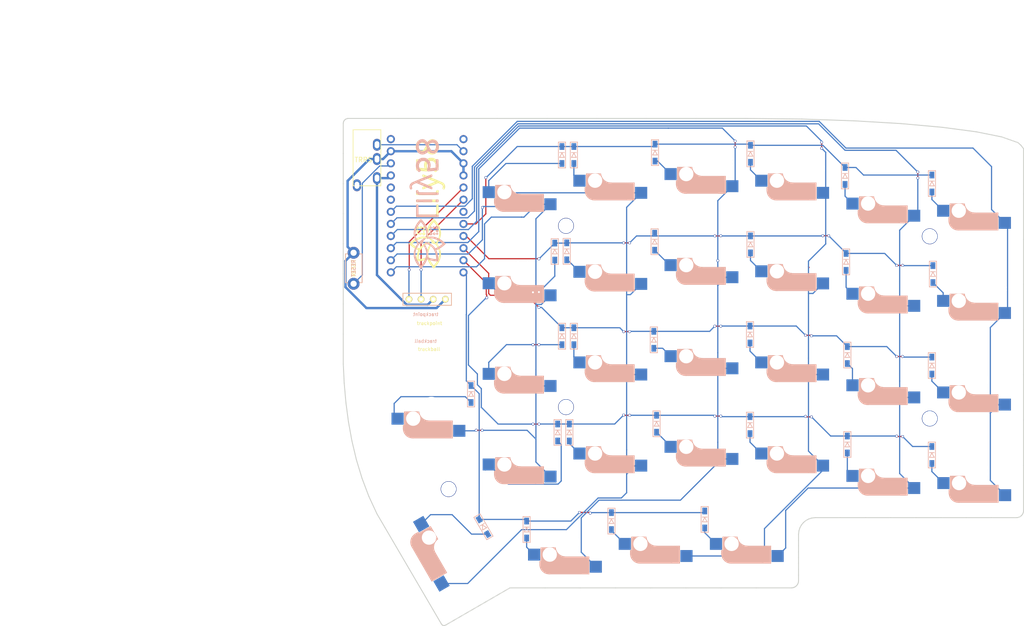
<source format=kicad_pcb>
(kicad_pcb (version 20221018) (generator pcbnew)
  (layers (0 "F.Cu" signal) (31 "B.Cu" signal) (34 "B.Paste" user) (35 "F.Paste" user) (36 "B.SilkS" user "B.Silkscreen") (37 "F.SilkS" user "F.Silkscreen") (38 "B.Mask" user) (39 "F.Mask" user) (44 "Edge.Cuts" user))
  (net 0 "")
  (net 1 "Net-(D1-A)")
  (net 2 "row4")
  (net 3 "Net-(D2-A)")
  (net 4 "Net-(D3-A)")
  (net 5 "row0")
  (net 6 "Net-(D4-A)")
  (net 7 "row1")
  (net 8 "Net-(D5-A)")
  (net 9 "row2")
  (net 10 "Net-(D6-A)")
  (net 11 "row3")
  (net 12 "Net-(D7-A)")
  (net 13 "Net-(D8-A)")
  (net 14 "Net-(D9-A)")
  (net 15 "Net-(D10-A)")
  (net 16 "Net-(D11-A)")
  (net 17 "Net-(D12-A)")
  (net 18 "Net-(D13-A)")
  (net 19 "Net-(D14-A)")
  (net 20 "Net-(D15-A)")
  (net 21 "Net-(D16-A)")
  (net 22 "Net-(D17-A)")
  (net 23 "Net-(D18-A)")
  (net 24 "Net-(D19-A)")
  (net 25 "Net-(D20-A)")
  (net 26 "Net-(D21-A)")
  (net 27 "Net-(D22-A)")
  (net 28 "Net-(D23-A)")
  (net 29 "Net-(D24-A)")
  (net 30 "Net-(D25-A)")
  (net 31 "Net-(D26-A)")
  (net 32 "Net-(D27-A)")
  (net 33 "Net-(D28-A)")
  (net 34 "VCC")
  (net 35 "GND")
  (net 36 "col0")
  (net 37 "col1")
  (net 38 "col2")
  (net 39 "col3")
  (net 40 "col4")
  (net 41 "col5")
  (net 42 "SDA")
  (net 43 "Net-(D29-A)")
  (net 44 "SCL")
  (net 45 "RESET")
  (net 47 "DATA")
  (footprint "Lily58-footprint:CherryMX_Hotswap" (layer "F.Cu") (at 179.46 68.53)
    (fp_text reference "SW1" hide)
    (fp_text value "SW_PUSH" hide)
  )
  (footprint "Lily58-footprint:CherryMX_Hotswap" (layer "F.Cu") (at 198.46 66.13)
    (fp_text reference "SW2" hide)
    (fp_text value "SW_PUSH" hide)
  )
  (footprint "Lily58-footprint:CherryMX_Hotswap" (layer "F.Cu") (at 217.56 64.74)
    (fp_text reference "SW3" hide)
    (fp_text value "SW_PUSH" hide)
  )
  (footprint "Lily58-footprint:CherryMX_Hotswap" (layer "F.Cu") (at 236.56 66.13)
    (fp_text reference "SW4" hide)
    (fp_text value "SW_PUSH" hide)
  )
  (footprint "Lily58-footprint:CherryMX_Hotswap" (layer "F.Cu") (at 255.66 70.93)
    (fp_text reference "SW5" hide)
    (fp_text value "SW_PUSH" hide)
  )
  (footprint "Lily58-footprint:CherryMX_Hotswap" (layer "F.Cu") (at 274.66 72.43)
    (fp_text reference "SW6" hide)
    (fp_text value "SW_PUSH" hide)
  )
  (footprint "Lily58-footprint:CherryMX_Hotswap" (layer "F.Cu") (at 179.46 87.63)
    (fp_text reference "SW7" hide)
    (fp_text value "SW_PUSH" hide)
  )
  (footprint "Lily58-footprint:CherryMX_Hotswap" (layer "F.Cu") (at 198.46 85.23)
    (fp_text reference "SW8" hide)
    (fp_text value "SW_PUSH" hide)
  )
  (footprint "Lily58-footprint:CherryMX_Hotswap" (layer "F.Cu") (at 217.56 83.83)
    (fp_text reference "SW9" hide)
    (fp_text value "SW_PUSH" hide)
  )
  (footprint "Lily58-footprint:CherryMX_Hotswap" (layer "F.Cu") (at 236.56 85.13)
    (fp_text reference "SW10" hide)
    (fp_text value "SW_PUSH" hide)
  )
  (footprint "Lily58-footprint:CherryMX_Hotswap" (layer "F.Cu") (at 255.66 89.83)
    (fp_text reference "SW11" hide)
    (fp_text value "SW_PUSH" hide)
  )
  (footprint "Lily58-footprint:CherryMX_Hotswap" (layer "F.Cu") (at 274.66 91.33)
    (fp_text reference "SW12" hide)
    (fp_text value "SW_PUSH" hide)
  )
  (footprint "Lily58-footprint:CherryMX_Hotswap" (layer "F.Cu") (at 179.46 106.63)
    (fp_text reference "SW13" hide)
    (fp_text value "SW_PUSH" hide)
  )
  (footprint "Lily58-footprint:CherryMX_Hotswap" (layer "F.Cu") (at 198.46 104.23)
    (fp_text reference "SW14" hide)
    (fp_text value "SW_PUSH" hide)
  )
  (footprint "Lily58-footprint:CherryMX_Hotswap" (layer "F.Cu") (at 217.56 102.93)
    (fp_text reference "SW15" hide)
    (fp_text value "SW_PUSH" hide)
  )
  (footprint "Lily58-footprint:CherryMX_Hotswap" (layer "F.Cu") (at 236.56 104.23)
    (fp_text reference "SW16" hide)
    (fp_text value "SW_PUSH" hide)
  )
  (footprint "Lily58-footprint:CherryMX_Hotswap" (layer "F.Cu") (at 255.66 109.03)
    (fp_text reference "SW17" hide)
    (fp_text value "SW_PUSH" hide)
  )
  (footprint "Lily58-footprint:CherryMX_Hotswap" (layer "F.Cu") (at 274.66 110.53)
    (fp_text reference "SW18" hide)
    (fp_text value "SW_PUSH" hide)
  )
  (footprint "Lily58-footprint:CherryMX_Hotswap" (layer "F.Cu") (at 179.46 125.63)
    (fp_text reference "SW19" hide)
    (fp_text value "SW_PUSH" hide)
  )
  (footprint "Lily58-footprint:CherryMX_Hotswap" (layer "F.Cu") (at 198.46 123.33)
    (fp_text reference "SW20" hide)
    (fp_text value "SW_PUSH" hide)
  )
  (footprint "Lily58-footprint:CherryMX_Hotswap" (layer "F.Cu") (at 217.56 121.93)
    (fp_text reference "SW21" hide)
    (fp_text value "SW_PUSH" hide)
  )
  (footprint "Lily58-footprint:CherryMX_Hotswap" (layer "F.Cu") (at 236.56 123.33)
    (fp_text reference "SW22" hide)
    (fp_text value "SW_PUSH" hide)
  )
  (footprint "Lily58-footprint:CherryMX_Hotswap" (layer "F.Cu") (at 255.66 128.03)
    (fp_text reference "SW23" hide)
    (fp_text value "SW_PUSH" hide)
  )
  (footprint "Lily58-footprint:CherryMX_Hotswap" (layer "F.Cu") (at 274.71 129.53)
    (fp_text reference "SW24" hide)
    (fp_text value "SW_PUSH" hide)
  )
  (footprint "Lily58-footprint:CherryMX_Hotswap" (layer "F.Cu") (at 160.36 116.03)
    (fp_text reference "SW25" hide)
    (fp_text value "SW_PUSH" hide)
  )
  (footprint "Lily58-footprint:CherryMX_Hotswap" (layer "F.Cu") (at 163.96 145.53 -60)
    (fp_text reference "SW26" hide)
    (fp_text value "SW_PUSH" hide)
  )
  (footprint "Lily58-footprint:CherryMX_Hotswap" (layer "F.Cu") (at 188.96 144.53)
    (fp_text reference "SW27" hide)
    (fp_text value "SW_PUSH" hide)
  )
  (footprint "Lily58-footprint:CherryMX_Hotswap" (layer "F.Cu") (at 207.96 142.28)
    (fp_text reference "SW28" hide)
    (fp_text value "SW_PUSH" hide)
  )
  (footprint "Lily58-footprint:CherryMX_Hotswap" (layer "F.Cu") (at 227.06 142.28)
    (fp_text reference "SW29" hide)
    (fp_text value "SW_PUSH" hide)
  )
  (footprint "kbd:MJ-4PP-9_1side" (layer "F.Cu") (at 146.86 57.83)
    (fp_text reference "J2")
    (fp_text value "4PIN" hide)
  )
  (footprint "Lily58-footprint:M2_HOLE_PCB" (layer "F.Cu") (at 154.9 103.795)
    (fp_text reference "TH1" hide)
    (fp_text value "HOLE")
  )
  (footprint "Lily58-footprint:M2_HOLE_PCB" (layer "F.Cu") (at 165.8 103.845)
    (fp_text reference "TH2" hide)
    (fp_text value "HOLE")
  )
  (footprint "holykeebs:M2_SPACER" (layer "F.Cu") (at 188.56 78.13)
    (fp_text reference "TH3" hide)
    (fp_text value "HOLE" hide)
  )
  (footprint "holykeebs:M2_SPACER" (layer "F.Cu") (at 264.76 80.33)
    (fp_text reference "TH4" hide)
    (fp_text value "HOLE" hide)
  )
  (footprint "holykeebs:M2_SPACER" (layer "F.Cu") (at 188.56 116.13)
    (fp_text reference "TH5" hide)
    (fp_text value "HOLE" hide)
  )
  (footprint "holykeebs:M2_SPACER" (layer "F.Cu") (at 264.76 118.53)
    (fp_text reference "TH6" hide)
    (fp_text value "HOLE" hide)
  )
  (footprint "holykeebs:M2_SPACER" (layer "F.Cu") (at 163.96 133.33 90)
    (fp_text reference "TH7" hide)
    (fp_text value "HOLE" hide)
  )
  (footprint "Lily58-footprint:TACT_SWITCH_TVBP06" (layer "F.Cu") (at 144.06 87.03 -90)
    (fp_text reference "RSW1" hide)
    (fp_text value "SW_RST" hide)
  )
  (footprint "holykeebs:ProMicro_1mm_holes" (layer "F.Cu") (at 159.47 74.43)
    (fp_text reference "U1" hide)
    (fp_text value "ProMicro" hide)
  )
  (footprint "Lily58-footprint:MY_SIL-4" (layer "F.Cu") (at 155.66 93.53)
    (fp_text reference "P4" hide)
    (fp_text value "OLED" hide)
  )
  (footprint "Lily58-footprint:lily58_logo_3" (layer "F.Cu") (at 159.46 73.53 90)
    (fp_text reference "G***" hide)
    (fp_text value "LOGO" hide)
  )
  (footprint "Lily58-footprint:M2_HOLE_PCB" (layer "F.Cu") (at 153.6 102.595)
    (fp_text reference "TH1" hide)
    (fp_text value "HOLE")
  )
  (footprint "holykeebs:M2_HOLE_NPH" (layer "F.Cu") (at 164.79326 98.213613)
    (fp_text reference "REF**" hide)
    (fp_text value "M2_HOLE_NPH" hide)
  )
  (footprint "Lily58-footprint:M2_HOLE_PCB" (layer "F.Cu") (at 164.5 102.645)
    (fp_text reference "TH1" hide)
    (fp_text value "HOLE")
  )
  (footprint "holykeebs:M2_HOLE_NPH" (layer "F.Cu") (at 154.024445 97.037868)
    (fp_text reference "REF**" hide)
    (fp_text value "M2_HOLE_NPH" hide)
  )
  (footprint "holykeebs:M2_HOLE_NPH" (layer "F.Cu") (at 155.29326 98.213613)
    (fp_text reference "REF**" hide)
    (fp_text value "M2_HOLE_NPH" hide)
  )
  (footprint "holykeebs:M2_HOLE_NPH" (layer "F.Cu") (at 163.524445 97.037868)
    (fp_text reference "REF**" hide)
    (fp_text value "M2_HOLE_NPH" hide)
  )
  (footprint "kbd:D3_SMD_v2" (layer "B.Cu") (at 187.71 63.28 -90)
    (fp_text reference "D1" hide)
    (fp_text value "D" hide)
  )
  (footprint "kbd:D3_SMD_v2" (layer "B.Cu") (at 190.21 63.28 -90)
    (fp_text reference "D2" hide)
    (fp_text value "D" hide)
  )
  (footprint "kbd:D3_SMD_v2" (layer "B.Cu") (at 207.21 62.78 -90)
    (fp_text reference "D3" hide)
    (fp_text value "D" hide)
  )
  (footprint "kbd:D3_SMD_v2" (layer "B.Cu") (at 227.21 63.03 -90)
    (fp_text reference "D4" hide)
    (fp_text value "D" hide)
  )
  (footprint "kbd:D3_SMD_v2" (layer "B.Cu") (at 247.02 67.67 -90)
    (fp_text reference "D5" hide)
    (fp_text value "D" hide)
  )
  (footprint "kbd:D3_SMD_v2" (layer "B.Cu") (at 265.22 69.26 -90)
    (fp_text reference "D6" hide)
    (fp_text value "D" hide)
  )
  (footprint "kbd:D3_SMD_v2" (layer "B.Cu") (at 186.21 83.53 -90)
    (fp_text reference "D7" hide)
    (fp_text value "D" hide)
  )
  (footprint "kbd:D3_SMD_v2" (layer "B.Cu") (at 188.71254 83.48254 -90)
    (fp_text reference "D8" hide)
    (fp_text value "D" hide)
  )
  (footprint "kbd:D3_SMD_v2" (layer "B.Cu") (at 207.13 81.46 -90)
    (fp_text reference "D9" hide)
    (fp_text value "D" hide)
  )
  (footprint "kbd:D3_SMD_v2" (layer "B.Cu") (at 227.21 82.03 -90)
    (fp_text reference "D10" hide)
    (fp_text value "D" hide)
  )
  (footprint "kbd:D3_SMD_v2" (layer "B.Cu") (at 247.24 85.69 -90)
    (fp_text reference "D11" hide)
    (fp_text value "D" hide)
  )
  (footprint "kbd:D3_SMD_v2" (layer "B.Cu") (at 265.43 88.25 -90)
    (fp_text reference "D12" hide)
    (fp_text value "D" hide)
  )
  (footprint "kbd:D3_SMD_v2" (layer "B.Cu") (at 187.71 101.28 -90)
    (fp_text reference "D13" hide)
    (fp_text value "D" hide)
  )
  (footprint "kbd:D3_SMD_v2" (layer "B.Cu") (at 190.21 101.28 -90)
    (fp_text reference "D14" hide)
    (fp_text value "D" hide)
  )
  (footprint "kbd:D3_SMD_v2" (layer "B.Cu") (at 206.96 102.03 -90)
    (fp_text reference "D15" hide)
    (fp_text value "D" hide)
  )
  (footprint "kbd:D3_SMD_v2" (layer "B.Cu") (at 227.11 100.92 -90)
    (fp_text reference "D16" hide)
    (fp_text value "D" hide)
  )
  (footprint "kbd:D3_SMD_v2" (layer "B.Cu") (at 247.5 105.23 -90)
    (fp_text reference "D17" hide)
    (fp_text value "D" hide)
  )
  (footprint "kbd:D3_SMD_v2" (layer "B.Cu") (at 265.21 107.43 -90)
    (fp_text reference "D18" hide)
    (fp_text value "D" hide)
  )
  (footprint "kbd:D3_SMD_v2" (layer "B.Cu") (at 186.81 121.46 -90)
    (fp_text reference "D19" hide)
    (fp_text value "D" hide)
  )
  (footprint "kbd:D3_SMD_v2" (layer "B.Cu") (at 189.26 121.46 -90)
    (fp_text reference "D20" hide)
    (fp_text value "D" hide)
  )
  (footprint "kbd:D3_SMD_v2" (layer "B.Cu") (at 207.53 119.63 -90)
    (fp_text reference "D21" hide)
    (fp_text value "D" hide)
  )
  (footprint "kbd:D3_SMD_v2" (layer "B.Cu") (at 227.11 119.92 -90)
    (fp_text reference "D22" hide)
    (fp_text value "D" hide)
  )
  (footprint "kbd:D3_SMD_v2" (layer "B.Cu") (at 247.5 123.98 -90)
    (fp_text reference "D23" hide)
    (fp_text value "D" hide)
  )
  (footprint "kbd:D3_SMD_v2" (layer "B.Cu") (at 265.21 126.18 -90)
    (fp_text reference "D24" hide)
    (fp_text value "D" hide)
  )
  (footprint "kbd:D3_SMD_v2" (layer "B.Cu") (at 168.67 113.4 -90)
    (fp_text reference "D25" hide)
    (fp_text value "D" hide)
  )
  (footprint "kbd:D3_SMD_v2" (layer "B.Cu") (at 171.26 141.23 -60)
    (fp_text reference "D26" hide)
    (fp_text value "D" hide)
  )
  (footprint "kbd:D3_SMD_v2" (layer "B.Cu") (at 180.31 141.81 -90)
    (fp_text reference "D27" hide)
    (fp_text value "D" hide)
  )
  (footprint "kbd:D3_SMD_v2" (layer "B.Cu") (at 198.08 140.04 -90)
    (fp_text reference "D28" hide)
    (fp_text value "D" hide)
  )
  (footprint "kbd:D3_SMD_v2" (layer "B.Cu") (at 217.62 139.7 -90)
    (fp_text reference "D29" hide)
    (fp_text value "D" hide)
  )
  (footprint "Lily58-footprint:lily58_logo_3" (layer "B.Cu") (at 159.56 73.53 90)
    (fp_text reference "G***" hide)
    (fp_text value "LOGO" hide)
  )
  (gr_line (start 163.767833 55.616762) (end 153.36 55.616762) (stroke (width 0.2)) (layer "Edge.Cuts"))
  (gr_line (start 141.897528 100.815296) (end 141.897528 94.508362) (stroke (width 0.2)) (layer "Edge.Cuts"))
  (gr_line (start 141.897528 94.508362) (end 141.897528 88.201429) (stroke (width 0.2)) (layer "Edge.Cuts"))
  (gr_line (start 141.897528 107.122229) (end 141.897528 100.815296) (stroke (width 0.2)) (layer "Edge.Cuts"))
  (gr_line (start 284.389552 138.122231) (end 284.302217 138.403887) (stroke (width 0.2)) (layer "Edge.Cuts"))
  (gr_line (start 162.80247 161.916445) (end 162.941252 161.943974) (stroke (width 0.2)) (layer "Edge.Cuts"))
  (gr_line (start 236.081844 154.011211) (end 235.779348 154.041658) (stroke (width 0.2)) (layer "Edge.Cuts"))
  (gr_line (start 160.68273 158.582659) (end 162.358425 161.448979) (stroke (width 0.2)) (layer "Edge.Cuts"))
  (gr_line (start 284.42 90.411623) (end 284.42 99.893245) (stroke (width 0.2)) (layer "Edge.Cuts"))
  (gr_line (start 237.279348 147.691894) (end 237.279348 148.909933) (stroke (width 0.2)) (layer "Edge.Cuts"))
  (gr_line (start 283.238471 60.68619) (end 279.849319 59.493847) (stroke (width 0.2)) (layer "Edge.Cuts"))
  (gr_line (start 237.279348 146.473854) (end 237.279348 147.691894) (stroke (width 0.2)) (layer "Edge.Cuts"))
  (gr_line (start 142.736462 55.638075) (end 142.94821 55.616762) (stroke (width 0.2)) (layer "Edge.Cuts"))
  (gr_line (start 237.554174 141.456713) (end 237.876678 140.86216) (stroke (width 0.2)) (layer "Edge.Cuts"))
  (gr_line (start 237.279348 152.541658) (end 237.248901 152.844154) (stroke (width 0.2)) (layer "Edge.Cuts"))
  (gr_line (start 237.279348 151.346013) (end 237.279348 152.541658) (stroke (width 0.2)) (layer "Edge.Cuts"))
  (gr_line (start 236.3635 153.923876) (end 236.081844 154.011211) (stroke (width 0.2)) (layer "Edge.Cuts"))
  (gr_line (start 170.119536 157.921201) (end 171.79523 156.951062) (stroke (width 0.2)) (layer "Edge.Cuts"))
  (gr_line (start 142.539303 55.69921) (end 142.736462 55.638075) (stroke (width 0.2)) (layer "Edge.Cuts"))
  (gr_line (start 142.450297 115.187663) (end 142.980972 119.220825) (stroke (width 0.2)) (layer "Edge.Cuts"))
  (gr_line (start 267.117255 139.319735) (end 272.384836 139.319735) (stroke (width 0.2)) (layer "Edge.Cuts"))
  (gr_line (start 284.419999 137.819735) (end 284.389552 138.122231) (stroke (width 0.2)) (layer "Edge.Cuts"))
  (gr_line (start 184.579545 55.616762) (end 174.171711 55.616762) (stroke (width 0.2)) (layer "Edge.Cuts"))
  (gr_line (start 237.279348 142.819735) (end 237.350391 142.113911) (stroke (width 0.2)) (layer "Edge.Cuts"))
  (gr_line (start 141.897528 81.894495) (end 141.897528 75.587562) (stroke (width 0.2)) (layer "Edge.Cuts"))
  (gr_line (start 283.86 61.23) (end 284.42 61.966755) (stroke (width 0.2)) (layer "Edge.Cuts"))
  (gr_line (start 261.849673 139.319735) (end 267.117255 139.319735) (stroke (width 0.2)) (layer "Edge.Cuts"))
  (gr_line (start 284.42 71.448378) (end 284.42 80.93) (stroke (width 0.2)) (layer "Edge.Cuts"))
  (gr_line (start 237.279348 145.255814) (end 237.279348 146.473854) (stroke (width 0.2)) (layer "Edge.Cuts"))
  (gr_line (start 198.931738 154.041658) (end 206.30126 154.041658) (stroke (width 0.2)) (layer "Edge.Cuts"))
  (gr_line (start 237.350391 142.113911) (end 237.554174 141.456713) (stroke (width 0.2)) (layer "Edge.Cuts"))
  (gr_line (start 221.040304 154.041658) (end 228.409826 154.041658) (stroke (width 0.2)) (layer "Edge.Cuts"))
  (gr_line (start 159.007036 155.71634) (end 160.68273 158.582659) (stroke (width 0.2)) (layer "Edge.Cuts"))
  (gr_line (start 162.358425 161.448979) (end 162.451837 161.61815) (stroke (width 0.2)) (layer "Edge.Cuts"))
  (gr_line (start 163.416758 161.801756) (end 165.092452 160.831617) (stroke (width 0.2)) (layer "Edge.Cuts"))
  (gr_line (start 141.897528 88.201429) (end 141.897528 81.894495) (stroke (width 0.2)) (layer "Edge.Cuts"))
  (gr_line (start 153.356044 55.616762) (end 142.94821 55.616762) (stroke (width 0.2)) (layer "Edge.Cuts"))
  (gr_line (start 284.164001 138.658696) (end 283.980912 138.880648) (stroke (width 0.2)) (layer "Edge.Cuts"))
  (gr_line (start 142.980972 119.220825) (end 143.707083 123.225246) (stroke (width 0.2)) (layer "Edge.Cuts"))
  (gr_line (start 283.504152 139.201952) (end 283.222495 139.289288) (stroke (width 0.2)) (layer "Edge.Cuts"))
  (gr_line (start 171.79523 156.951062) (end 173.470925 155.980923) (stroke (width 0.2)) (layer "Edge.Cuts"))
  (gr_line (start 194.987379 55.616762) (end 184.579545 55.616762) (stroke (width 0.2)) (layer "Edge.Cuts"))
  (gr_line (start 155.655647 149.983701) (end 157.331341 152.85002) (stroke (width 0.2)) (layer "Edge.Cuts"))
  (gr_line (start 162.557295 161.752884) (end 162.674328 161.852532) (stroke (width 0.2)) (layer "Edge.Cuts"))
  (gr_line (start 141.89821 56.666762) (end 141.919523 56.455015) (stroke (width 0.2)) (layer "Edge.Cuts"))
  (gr_line (start 142.360937 55.795961) (end 142.539303 55.69921) (stroke (width 0.2)) (layer "Edge.Cuts"))
  (gr_line (start 277.652418 139.319735) (end 282.919999 139.319735) (stroke (width 0.2)) (layer "Edge.Cuts"))
  (gr_line (start 284.42 61.966755) (end 284.42 71.448378) (stroke (width 0.2)) (layer "Edge.Cuts"))
  (gr_line (start 152.304258 144.251062) (end 153.979952 147.117381) (stroke (width 0.2)) (layer "Edge.Cuts"))
  (gr_line (start 237.023349 153.380619) (end 236.840261 153.602571) (stroke (width 0.2)) (layer "Edge.Cuts"))
  (gr_line (start 142.20557 55.924123) (end 142.360937 55.795961) (stroke (width 0.2)) (layer "Edge.Cuts"))
  (gr_line (start 141.980657 56.257855) (end 142.077409 56.079489) (stroke (width 0.2)) (layer "Edge.Cuts"))
  (gr_line (start 162.941252 161.943974) (end 163.090206 161.934468) (stroke (width 0.2)) (layer "Edge.Cuts"))
  (gr_line (start 284.42 118.85649) (end 284.42 128.338112) (stroke (width 0.2)) (layer "Edge.Cuts"))
  (gr_line (start 239.416326 139.594561) (end 240.073524 139.390778) (stroke (width 0.2)) (layer "Edge.Cuts"))
  (gr_line (start 283.222495 139.289288) (end 282.919999 139.319735) (stroke (width 0.2)) (layer "Edge.Cuts"))
  (gr_line (start 246.046929 139.319735) (end 251.314511 139.319735) (stroke (width 0.2)) (layer "Edge.Cuts"))
  (gr_line (start 213.670782 154.041658) (end 221.040304 154.041658) (stroke (width 0.2)) (layer "Edge.Cuts"))
  (gr_line (start 166.768147 159.861479) (end 168.443841 158.89134) (stroke (width 0.2)) (layer "Edge.Cuts"))
  (gr_line (start 237.279348 150.127973) (end 237.279348 151.346013) (stroke (width 0.2)) (layer "Edge.Cuts"))
  (gr_line (start 238.303884 140.344271) (end 238.821773 139.917065) (stroke (width 0.2)) (layer "Edge.Cuts"))
  (gr_line (start 141.919523 56.455015) (end 141.980657 56.257855) (stroke (width 0.2)) (layer "Edge.Cuts"))
  (gr_line (start 236.618308 153.78566) (end 236.3635 153.923876) (stroke (width 0.2)) (layer "Edge.Cuts"))
  (gr_line (start 284.302217 138.403887) (end 284.164001 138.658696) (stroke (width 0.2)) (layer "Edge.Cuts"))
  (gr_line (start 279.849319 59.493847) (end 274.485697 58.415159) (stroke (width 0.2)) (layer "Edge.Cuts"))
  (gr_line (start 173.470925 155.980923) (end 175.146619 155.010784) (stroke (width 0.2)) (layer "Edge.Cuts"))
  (gr_line (start 168.443841 158.89134) (end 170.119536 157.921201) (stroke (width 0.2)) (layer "Edge.Cuts"))
  (gr_line (start 150.628563 141.384742) (end 152.304258 144.251062) (stroke (width 0.2)) (layer "Edge.Cuts"))
  (gr_line (start 284.42 99.893245) (end 284.42 109.374867) (stroke (width 0.2)) (layer "Edge.Cuts"))
  (gr_line (start 237.161565 153.12581) (end 237.023349 153.380619) (stroke (width 0.2)) (layer "Edge.Cuts"))
  (gr_line (start 145.823105 131.06067) (end 147.251758 134.848073) (stroke (width 0.2)) (layer "Edge.Cuts"))
  (gr_line (start 284.42 128.338112) (end 284.42 137.819735) (stroke (width 0.2)) (layer "Edge.Cuts"))
  (gr_line (start 251.314511 139.319735) (end 256.582092 139.319735) (stroke (width 0.2)) (layer "Edge.Cuts"))
  (gr_line (start 283.980912 138.880648) (end 283.75896 139.063736) (stroke (width 0.2)) (layer "Edge.Cuts"))
  (gr_line (start 142.09569 111.147561) (end 142.450297 115.187663) (stroke (width 0.2)) (layer "Edge.Cuts"))
  (gr_line (start 228.409826 154.041658) (end 235.779348 154.041658) (stroke (width 0.2)) (layer "Edge.Cuts"))
  (gr_line (start 258.767654 56.700488) (end 248.879538 56.115374) (stroke (width 0.2)) (layer "Edge.Cuts"))
  (gr_line (start 184.192695 154.041658) (end 191.562217 154.041658) (stroke (width 0.2)) (layer "Edge.Cuts"))
  (gr_line (start 153.979952 147.117381) (end 155.655647 149.983701) (stroke (width 0.2)) (layer "Edge.Cuts"))
  (gr_line (start 205.395213 55.616762) (end 194.987379 55.616762) (stroke (width 0.2)) (layer "Edge.Cuts"))
  (gr_line (start 240.073524 139.390778) (end 240.779348 139.319735) (stroke (width 0.2)) (layer "Edge.Cuts"))
  (gr_line (start 157.331341 152.85002) (end 159.007036 155.71634) (stroke (width 0.2)) (layer "Edge.Cuts"))
  (gr_line (start 174.171711 55.616762) (end 163.763877 55.616762) (stroke (width 0.2)) (layer "Edge.Cuts"))
  (gr_line (start 141.897528 62.973695) (end 141.897528 56.666762) (stroke (width 0.2)) (layer "Edge.Cuts"))
  (gr_line (start 141.897528 75.587562) (end 141.897528 69.280629) (stroke (width 0.2)) (layer "Edge.Cuts"))
  (gr_line (start 238.821773 139.917065) (end 239.416326 139.594561) (stroke (width 0.2)) (layer "Edge.Cuts"))
  (gr_line (start 274.485697 58.415159) (end 267.380758 57.475561) (stroke (width 0.2)) (layer "Edge.Cuts"))
  (gr_line (start 163.090206 161.934468) (end 163.248864 161.887278) (stroke (width 0.2)) (layer "Edge.Cuts"))
  (gr_line (start 267.380758 57.475561) (end 258.767654 56.700488) (stroke (width 0.2)) (layer "Edge.Cuts"))
  (gr_line (start 284.42 80.93) (end 284.42 90.411623) (stroke (width 0.2)) (layer "Edge.Cuts"))
  (gr_line (start 143.707083 123.225246) (end 144.648004 127.179127) (stroke (width 0.2)) (layer "Edge.Cuts"))
  (gr_line (start 283.75896 139.063736) (end 283.504152 139.201952) (stroke (width 0.2)) (layer "Edge.Cuts"))
  (gr_line (start 206.30126 154.041658) (end 213.670782 154.041658) (stroke (width 0.2)) (layer "Edge.Cuts"))
  (gr_line (start 147.251758 134.848073) (end 148.953333 138.51954) (stroke (width 0.2)) (layer "Edge.Cuts"))
  (gr_line (start 148.952869 138.518423) (end 150.628563 141.384742) (stroke (width 0.2)) (layer "Edge.Cuts"))
  (gr_line (start 141.897777 107.122317) (end 142.09569 111.147561) (stroke (width 0.2)) (layer "Edge.Cuts"))
  (gr_line (start 237.949563 55.745654) (end 226.210881 55.616762) (stroke (width 0.2)) (layer "Edge.Cuts"))
  (gr_line (start 236.840261 153.602571) (end 236.618308 153.78566) (stroke (width 0.2)) (layer "Edge.Cuts"))
  (gr_line (start 237.248901 152.844154) (end 237.161565 153.12581) (stroke (width 0.2)) (layer "Edge.Cuts"))
  (gr_line (start 163.248864 161.887278) (end 163.416758 161.801756) (stroke (width 0.2)) (layer "Edge.Cuts"))
  (gr_line (start 237.279348 144.037775) (end 237.279348 145.255814) (stroke (width 0.2)) (layer "Edge.Cuts"))
  (gr_line (start 142.077409 56.079489) (end 142.20557 55.924123) (stroke (width 0.2)) (layer "Edge.Cuts"))
  (gr_line (start 283.86 61.23) (end 283.238471 60.68619) (stroke (width 0.2)) (layer "Edge.Cuts"))
  (gr_line (start 144.648004 127.179127) (end 145.823105 131.06067) (stroke (width 0.2)) (layer "Edge.Cuts"))
  (gr_line (start 165.092452 160.831617) (end 166.768147 159.861479) (stroke (width 0.2)) (layer "Edge.Cuts"))
  (gr_line (start 175.146619 155.010784) (end 176.822313 154.040645) (stroke (width 0.2)) (layer "Edge.Cuts"))
  (gr_line (start 215.803047 55.616762) (end 205.395213 55.616762) (stroke (width 0.2)) (layer "Edge.Cuts"))
  (gr_line (start 237.279348 148.909933) (end 237.279348 150.127973) (stroke (width 0.2)) (layer "Edge.Cuts"))
  (gr_line (start 141.897528 69.280629) (end 141.897528 62.973695) (stroke (width 0.2)) (layer "Edge.Cuts"))
  (gr_line (start 162.451837 161.61815) (end 162.557295 161.752884) (stroke (width 0.2)) (layer "Edge.Cuts"))
  (gr_line (start 226.210881 55.616762) (end 215.803047 55.616762) (stroke (width 0.2)) (layer "Edge.Cuts"))
  (gr_line (start 191.562217 154.041658) (end 198.931738 154.041658) (stroke (width 0.2)) (layer "Edge.Cuts"))
  (gr_line (start 256.582092 139.319735) (end 261.849673 139.319735) (stroke (width 0.2)) (layer "Edge.Cuts"))
  (gr_line (start 240.779348 139.319735) (end 246.046929 139.319735) (stroke (width 0.2)) (layer "Edge.Cuts"))
  (gr_line (start 176.823173 154.041658) (end 184.192695 154.041658) (stroke (width 0.2)) (layer "Edge.Cuts"))
  (gr_line (start 272.384836 139.319735) (end 277.652418 139.319735) (stroke (width 0.2)) (layer "Edge.Cuts"))
  (gr_line (start 248.879538 56.115374) (end 237.949563 55.745654) (stroke (width 0.2)) (layer "Edge.Cuts"))
  (gr_line (start 237.279348 142.819735) (end 237.279348 144.037775) (stroke (width 0.2)) (layer "Edge.Cuts"))
  (gr_line (start 284.42 109.374867) (end 284.42 118.85649) (stroke (width 0.2)) (layer "Edge.Cuts"))
  (gr_line (start 237.876678 140.86216) (end 238.303884 140.344271) (stroke (width 0.2)) (layer "Edge.Cuts"))
  (gr_line (start 162.674328 161.852532) (end 162.80247 161.916445) (stroke (width 0.2)) (layer "Edge.Cuts"))
  (gr_text "trackpoint" (at 159.18 96.68) (layer "B.SilkS") (effects (font (size 0.7 0.7) (thickness 0.125)) (justify mirror)))
  (gr_text "trackball" (at 159.15 102.3) (layer "B.SilkS") (effects (font (size 0.7 0.7) (thickness 0.125)) (justify mirror)))
  (gr_text "trackball" (at 159.87 103.99) (layer "F.SilkS") (effects (font (size 0.7 0.7) (thickness 0.125))))
  (gr_text "trackpoint" (at 159.96 98.56) (layer "F.SilkS") (effects (font (size 0.7 0.7) (thickness 0.125))))
  (segment (start 172.375 68.661167) (end 172.375 71.07) (width 0.25) (layer "B.Cu") (net 1))
  (segment (start 187.71 65.055) (end 175.981167 65.055) (width 0.25) (layer "B.Cu") (net 1))
  (segment (start 175.981167 65.055) (end 172.375 68.661167) (width 0.25) (layer "B.Cu") (net 1))
  (segment (start 191.370213 138.230213) (end 193.490213 138.230213) (width 0.25) (layer "F.Cu") (net 2))
  (segment (start 193.490213 138.230213) (end 193.631589 138.371589) (width 0.25) (layer "F.Cu") (net 2))
  (via (at 193.631589 138.371589) (size 0.6) (drill 0.4) (layers "F.Cu" "B.Cu") (net 2))
  (via (at 191.370213 138.230213) (size 0.6) (drill 0.4) (layers "F.Cu" "B.Cu") (net 2))
  (segment (start 189.565426 140.035) (end 191.370213 138.230213) (width 0.25) (layer "B.Cu") (net 2))
  (segment (start 170.3725 113.3275) (end 170.3725 139.692805) (width 0.25) (layer "B.Cu") (net 2))
  (segment (start 168.67 111.625) (end 170.3725 113.3275) (width 0.25) (layer "B.Cu") (net 2))
  (segment (start 170.3725 139.692805) (end 179.967805 139.692805) (width 0.25) (layer "B.Cu") (net 2))
  (segment (start 179.967805 139.692805) (end 180.31 140.035) (width 0.25) (layer "B.Cu") (net 2))
  (segment (start 217.28 138.265) (end 217.62 137.925) (width 0.25) (layer "B.Cu") (net 2))
  (segment (start 167.7 88.5106) (end 167.7 96.723604) (width 0.25) (layer "B.Cu") (net 2))
  (segment (start 198.08 138.265) (end 217.28 138.265) (width 0.25) (layer "B.Cu") (net 2))
  (segment (start 180.31 140.035) (end 189.565426 140.035) (width 0.25) (layer "B.Cu") (net 2))
  (segment (start 167.7 96.723604) (end 167.678815 96.744789) (width 0.25) (layer "B.Cu") (net 2))
  (segment (start 193.738178 138.265) (end 198.08 138.265) (width 0.25) (layer "B.Cu") (net 2))
  (segment (start 167.678815 110.633815) (end 168.67 111.625) (width 0.25) (layer "B.Cu") (net 2))
  (segment (start 193.631589 138.371589) (end 193.738178 138.265) (width 0.25) (layer "B.Cu") (net 2))
  (segment (start 167.678815 96.744789) (end 167.678815 110.633815) (width 0.25) (layer "B.Cu") (net 2))
  (segment (start 167.0814 87.892) (end 167.7 88.5106) (width 0.25) (layer "B.Cu") (net 2))
  (segment (start 190.21 65.055) (end 190.21 67.505) (width 0.25) (layer "B.Cu") (net 3))
  (segment (start 190.21 67.505) (end 191.375 68.67) (width 0.25) (layer "B.Cu") (net 3))
  (segment (start 207.75 64.555) (end 210.475 67.28) (width 0.25) (layer "B.Cu") (net 4))
  (segment (start 207.21 64.555) (end 207.75 64.555) (width 0.25) (layer "B.Cu") (net 4))
  (segment (start 171.76 75.63219) (end 169.66019 77.732) (width 0.25) (layer "F.Cu") (net 5))
  (segment (start 171.76 68.02) (end 171.76 75.63219) (width 0.25) (layer "F.Cu") (net 5))
  (segment (start 169.66019 77.732) (end 167.0814 77.732) (width 0.25) (layer "F.Cu") (net 5))
  (via (at 171.76 68.02) (size 0.6) (drill 0.4) (layers "F.Cu" "B.Cu") (net 5))
  (segment (start 187.71 61.505) (end 190.21 61.505) (width 0.25) (layer "B.Cu") (net 5))
  (segment (start 227.21 61.255) (end 242.38 61.255) (width 0.25) (layer "B.Cu") (net 5))
  (segment (start 242.38 61.255) (end 247.02 65.895) (width 0.25) (layer "B.Cu") (net 5))
  (segment (start 178.342677 61.505) (end 187.71 61.505) (width 0.25) (layer "B.Cu") (net 5))
  (segment (start 171.76 68.02) (end 171.827677 68.02) (width 0.25) (layer "B.Cu") (net 5))
  (segment (start 250.89 67.485) (end 265.22 67.485) (width 0.25) (layer "B.Cu") (net 5))
  (segment (start 249.3 65.895) (end 250.89 67.485) (width 0.25) (layer "B.Cu") (net 5))
  (segment (start 207.21 61.005) (end 226.96 61.005) (width 0.25) (layer "B.Cu") (net 5))
  (segment (start 171.827677 68.02) (end 178.342677 61.505) (width 0.25) (layer "B.Cu") (net 5))
  (segment (start 226.96 61.005) (end 227.21 61.255) (width 0.25) (layer "B.Cu") (net 5))
  (segment (start 249.3 65.895) (end 247.02 65.895) (width 0.25) (layer "B.Cu") (net 5))
  (segment (start 206.71 61.505) (end 207.21 61.005) (width 0.25) (layer "B.Cu") (net 5))
  (segment (start 190.21 61.505) (end 206.71 61.505) (width 0.25) (layer "B.Cu") (net 5))
  (segment (start 227.21 64.805) (end 227.21 66.405) (width 0.25) (layer "B.Cu") (net 6))
  (segment (start 227.21 66.405) (end 229.475 68.67) (width 0.25) (layer "B.Cu") (net 6))
  (segment (start 182.856302 85.031802) (end 182.8845 85.06) (width 0.25) (layer "F.Cu") (net 7))
  (segment (start 220.9395 80.255) (end 220.9845 80.21) (width 0.25) (layer "F.Cu") (net 7))
  (segment (start 167.0814 80.272) (end 167.638396 80.272) (width 0.25) (layer "F.Cu") (net 7))
  (segment (start 200.6355 81.70754) (end 201.8845 81.70754) (width 0.25) (layer "F.Cu") (net 7))
  (segment (start 257.8355 86.43) (end 259.0845 86.43) (width 0.25) (layer "F.Cu") (net 7))
  (segment (start 219.7355 80.255) (end 220.9395 80.255) (width 0.25) (layer "F.Cu") (net 7))
  (segment (start 172.398198 85.031802) (end 182.856302 85.031802) (width 0.25) (layer "F.Cu") (net 7))
  (segment (start 219.7355 80.255) (end 219.7505 80.27) (width 0.25) (layer "F.Cu") (net 7))
  (segment (start 167.638396 80.272) (end 172.398198 85.031802) (width 0.25) (layer "F.Cu") (net 7))
  (segment (start 242.3405 80.21) (end 243.5895 80.21) (width 0.25) (layer "F.Cu") (net 7))
  (via (at 259.0845 86.43) (size 0.6) (drill 0.4) (layers "F.Cu" "B.Cu") (net 7))
  (via (at 182.8845 85.06) (size 0.6) (drill 0.4) (layers "F.Cu" "B.Cu") (net 7))
  (via (at 242.3405 80.21) (size 0.6) (drill 0.4) (layers "F.Cu" "B.Cu") (net 7))
  (via (at 219.7355 80.255) (size 0.6) (drill 0.4) (layers "F.Cu" "B.Cu") (net 7))
  (via (at 257.8355 86.43) (size 0.6) (drill 0.4) (layers "F.Cu" "B.Cu") (net 7))
  (via (at 200.6355 81.70754) (size 0.6) (drill 0.4) (layers "F.Cu" "B.Cu") (net 7))
  (via (at 220.9845 80.21) (size 0.6) (drill 0.4) (layers "F.Cu" "B.Cu") (net 7))
  (via (at 243.5895 80.21) (size 0.6) (drill 0.4) (layers "F.Cu" "B.Cu") (net 7))
  (via (at 201.8845 81.70754) (size 0.6) (drill 0.4) (layers "F.Cu" "B.Cu") (net 7))
  (segment (start 227.21 80.255) (end 242.2955 80.255) (width 0.25) (layer "B.Cu") (net 7))
  (segment (start 247.24 83.915) (end 255.3205 83.915) (width 0.25) (layer "B.Cu") (net 7))
  (segment (start 186.21 81.755) (end 188.66508 81.755) (width 0.25) (layer "B.Cu") (net 7))
  (segment (start 220.9845 80.21) (end 221.0295 80.255) (width 0.25) (layer "B.Cu") (net 7))
  (segment (start 247.24 83.8605) (end 247.24 83.915) (width 0.25) (layer "B.Cu") (net 7))
  (segment (start 219.7355 80.255) (end 203.33704 80.255) (width 0.25) (layer "B.Cu") (net 7))
  (segment (start 259.1295 86.475) (end 265.43 86.475) (width 0.25) (layer "B.Cu") (net 7))
  (segment (start 200.6355 81.70754) (end 188.71254 81.70754) (width 0.25) (layer "B.Cu") (net 7))
  (segment (start 242.2955 80.255) (end 242.3405 80.21) (width 0.25) (layer "B.Cu") (net 7))
  (segment (start 259.0845 86.43) (end 259.1295 86.475) (width 0.25) (layer "B.Cu") (net 7))
  (segment (start 188.66508 81.755) (end 188.71254 81.70754) (width 0.25) (layer "B.Cu") (net 7))
  (segment (start 182.8845 85.06) (end 182.905 85.06) (width 0.25) (layer "B.Cu") (net 7))
  (segment (start 182.905 85.06) (end 186.21 81.755) (width 0.25) (layer "B.Cu") (net 7))
  (segment (start 203.33704 80.255) (end 201.8845 81.70754) (width 0.25) (layer "B.Cu") (net 7))
  (segment (start 243.5895 80.21) (end 247.24 83.8605) (width 0.25) (layer "B.Cu") (net 7))
  (segment (start 221.0295 80.255) (end 227.21 80.255) (width 0.25) (layer "B.Cu") (net 7))
  (segment (start 255.3205 83.915) (end 257.8355 86.43) (width 0.25) (layer "B.Cu") (net 7))
  (segment (start 247.02 69.445) (end 247.02 71.915) (width 0.25) (layer "B.Cu") (net 8))
  (segment (start 247.02 71.915) (end 248.575 73.47) (width 0.25) (layer "B.Cu") (net 8))
  (segment (start 257.8355 105.53) (end 259.0845 105.53) (width 0.25) (layer "F.Cu") (net 9))
  (segment (start 172.725 92.695) (end 172.36 92.33) (width 0.25) (layer "F.Cu") (net 9))
  (segment (start 238.7355 101.08) (end 239.8645 101.08) (width 0.25) (layer "F.Cu") (net 9))
  (segment (start 172.36 92.33) (end 172.36 88.0906) (width 0.25) (layer "F.Cu") (net 9))
  (segment (start 172.36 88.0906) (end 167.0814 82.812) (width 0.25) (layer "F.Cu") (net 9))
  (segment (start 182.8845 95.2445) (end 180.335 92.695) (width 0.25) (layer "F.Cu") (net 9))
  (segment (start 239.8645 101.08) (end 239.9845 101.2) (width 0.25) (layer "F.Cu") (net 9))
  (segment (start 219.7355 99.17) (end 220.9845 99.17) (width 0.25) (layer "F.Cu") (net 9))
  (segment (start 200.6355 100.31) (end 201.8845 100.31) (width 0.25) (layer "F.Cu") (net 9))
  (segment (start 180.335 92.695) (end 172.725 92.695) (width 0.25) (layer "F.Cu") (net 9))
  (via (at 259.0845 105.53) (size 0.6) (drill 0.4) (layers "F.Cu" "B.Cu") (net 9))
  (via (at 238.7355 101.08) (size 0.6) (drill 0.4) (layers "F.Cu" "B.Cu") (net 9))
  (via (at 219.7355 99.17) (size 0.6) (drill 0.4) (layers "F.Cu" "B.Cu") (net 9))
  (via (at 200.6355 100.31) (size 0.6) (drill 0.4) (layers "F.Cu" "B.Cu") (net 9))
  (via (at 182.8845 95.2445) (size 0.6) (drill 0.4) (layers "F.Cu" "B.Cu") (net 9))
  (via (at 257.8355 105.53) (size 0.6) (drill 0.4) (layers "F.Cu" "B.Cu") (net 9))
  (via (at 239.9845 101.2) (size 0.6) (drill 0.4) (layers "F.Cu" "B.Cu") (net 9))
  (via (at 220.9845 99.17) (size 0.6) (drill 0.4) (layers "F.Cu" "B.Cu") (net 9))
  (via (at 201.8845 100.31) (size 0.6) (drill 0.4) (layers "F.Cu" "B.Cu") (net 9))
  (segment (start 201.8845 100.31) (end 201.9395 100.255) (width 0.25) (layer "B.Cu") (net 9))
  (segment (start 183.4495 95.2445) (end 187.71 99.505) (width 0.25) (layer "B.Cu") (net 9))
  (segment (start 201.9395 100.255) (end 206.96 100.255) (width 0.25) (layer "B.Cu") (net 9))
  (segment (start 190.21 99.505) (end 199.8305 99.505) (width 0.25) (layer "B.Cu") (net 9))
  (segment (start 236.8005 99.145) (end 238.7355 101.08) (width 0.25) (layer "B.Cu") (net 9))
  (segment (start 199.8305 99.505) (end 200.6355 100.31) (width 0.25) (layer "B.Cu") (net 9))
  (segment (start 245.245 101.2) (end 247.5 103.455) (width 0.25) (layer "B.Cu") (net 9))
  (segment (start 220.9845 99.17) (end 221.0095 99.145) (width 0.25) (layer "B.Cu") (net 9))
  (segment (start 259.2095 105.655) (end 265.21 105.655) (width 0.25) (layer "B.Cu") (net 9))
  (segment (start 227.11 99.145) (end 236.8005 99.145) (width 0.25) (layer "B.Cu") (net 9))
  (segment (start 218.6505 100.255) (end 219.7355 99.17) (width 0.25) (layer "B.Cu") (net 9))
  (segment (start 259.0845 105.53) (end 259.2095 105.655) (width 0.25) (layer "B.Cu") (net 9))
  (segment (start 182.8845 95.2445) (end 183.4495 95.2445) (width 0.25) (layer "B.Cu") (net 9))
  (segment (start 221.0095 99.145) (end 227.11 99.145) (width 0.25) (layer "B.Cu") (net 9))
  (segment (start 239.9845 101.2) (end 245.245 101.2) (width 0.25) (layer "B.Cu") (net 9))
  (segment (start 255.7605 103.455) (end 257.8355 105.53) (width 0.25) (layer "B.Cu") (net 9))
  (segment (start 247.5 103.455) (end 255.7605 103.455) (width 0.25) (layer "B.Cu") (net 9))
  (segment (start 187.71 99.505) (end 190.21 99.505) (width 0.25) (layer "B.Cu") (net 9))
  (segment (start 206.96 100.255) (end 218.6505 100.255) (width 0.25) (layer "B.Cu") (net 9))
  (segment (start 265.22 72.615) (end 267.575 74.97) (width 0.25) (layer "B.Cu") (net 10))
  (segment (start 265.22 71.035) (end 265.22 72.615) (width 0.25) (layer "B.Cu") (net 10))
  (segment (start 257.9155 122.31) (end 257.8355 122.23) (width 0.25) (layer "F.Cu") (net 11))
  (segment (start 201.8845 117.86) (end 200.6855 117.86) (width 0.25) (layer "F.Cu") (net 11))
  (segment (start 171.95 92.62) (end 171.86 92.53) (width 0.25) (layer "F.Cu") (net 11))
  (segment (start 171.86 92.53) (end 171.86 90.1306) (width 0.25) (layer "F.Cu") (net 11))
  (segment (start 171.95 93.21) (end 171.95 92.62) (width 0.25) (layer "F.Cu") (net 11))
  (segment (start 239.9845 118.19) (end 238.8355 118.19) (width 0.25) (layer "F.Cu") (net 11))
  (segment (start 181.6355 119.7) (end 182.92 119.7) (width 0.25) (layer "F.Cu") (net 11))
  (segment (start 220.9845 118.03) (end 219.7355 118.03) (width 0.25) (layer "F.Cu") (net 11))
  (segment (start 200.6855 117.86) (end 200.6355 117.81) (width 0.25) (layer "F.Cu") (net 11))
  (segment (start 238.8355 118.19) (end 238.7355 118.09) (width 0.25) (layer "F.Cu") (net 11))
  (segment (start 259.0845 122.31) (end 257.9155 122.31) (width 0.25) (layer "F.Cu") (net 11))
  (segment (start 171.86 90.1306) (end 167.0814 85.352) (width 0.25) (layer "F.Cu") (net 11))
  (via (at 257.8355 122.23) (size 0.6) (drill 0.4) (layers "F.Cu" "B.Cu") (net 11))
  (via (at 259.0845 122.31) (size 0.6) (drill 0.4) (layers "F.Cu" "B.Cu") (net 11))
  (via (at 219.7355 118.03) (size 0.6) (drill 0.4) (layers "F.Cu" "B.Cu") (net 11))
  (via (at 238.7355 118.09) (size 0.6) (drill 0.4) (layers "F.Cu" "B.Cu") (net 11))
  (via (at 201.8845 117.86) (size 0.6) (drill 0.4) (layers "F.Cu" "B.Cu") (net 11))
  (via (at 220.9845 118.03) (size 0.6) (drill 0.4) (layers "F.Cu" "B.Cu") (net 11))
  (via (at 182.92 119.7) (size 0.6) (drill 0.4) (layers "F.Cu" "B.Cu") (net 11))
  (via (at 171.95 93.21) (size 0.6) (drill 0.4) (layers "F.Cu" "B.Cu") (net 11))
  (via (at 181.6355 119.7) (size 0.6) (drill 0.4) (layers "F.Cu" "B.Cu") (net 11))
  (via (at 239.9845 118.19) (size 0.6) (drill 0.4) (layers "F.Cu" "B.Cu") (net 11))
  (via (at 200.6355 117.81) (size 0.6) (drill 0.4) (layers "F.Cu" "B.Cu") (net 11))
  (segment (start 168.128815 100.38) (end 168.128815 107.241185) (width 0.25) (layer "B.Cu") (net 11))
  (segment (start 170 109.191185) (end 170 111.45) (width 0.25) (layer "B.Cu") (net 11))
  (segment (start 227.11 118.145) (end 221.0995 118.145) (width 0.25) (layer "B.Cu") (net 11))
  (segment (start 200.6355 117.81) (end 198.7605 119.685) (width 0.25) (layer "B.Cu") (net 11))
  (segment (start 238.7355 118.09) (end 238.6805 118.145) (width 0.25) (layer "B.Cu") (net 11))
  (segment (start 221.0995 118.145) (end 220.9845 118.03) (width 0.25) (layer "B.Cu") (net 11))
  (segment (start 182.92 119.7) (end 182.935 119.685) (width 0.25) (layer "B.Cu") (net 11))
  (segment (start 189.26 119.685) (end 186.81 119.685) (width 0.25) (layer "B.Cu") (net 11))
  (segment (start 170.87 116.23) (end 174.34 119.7) (width 0.25) (layer "B.Cu") (net 11))
  (segment (start 171.95 93.21) (end 171.85 93.21) (width 0.25) (layer "B.Cu") (net 11))
  (segment (start 219.7355 118.03) (end 219.5605 117.855) (width 0.25) (layer "B.Cu") (net 11))
  (segment (start 243.9995 122.205) (end 239.9845 118.19) (width 0.25) (layer "B.Cu") (net 11))
  (segment (start 182.935 119.685) (end 186.81 119.685) (width 0.25) (layer "B.Cu") (net 11))
  (segment (start 238.6805 118.145) (end 227.11 118.145) (width 0.25) (layer "B.Cu") (net 11))
  (segment (start 247.5 122.205) (end 243.9995 122.205) (width 0.25) (layer "B.Cu") (net 11))
  (segment (start 257.8105 122.205) (end 247.5 122.205) (width 0.25) (layer "B.Cu") (net 11))
  (segment (start 168.128815 107.32) (end 170 109.191185) (width 0.25) (layer "B.Cu") (net 11))
  (segment (start 201.8895 117.855) (end 201.8845 117.86) (width 0.25) (layer "B.Cu") (net 11))
  (segment (start 174.34 119.7) (end 181.6355 119.7) (width 0.25) (layer "B.Cu") (net 11))
  (segment (start 265.21 124.405) (end 261.1795 124.405) (width 0.25) (layer "B.Cu") (net 11))
  (segment (start 168.128815 107.241185) (end 168.128815 107.32) (width 0.25) (layer "B.Cu") (net 11))
  (segment (start 257.8355 122.23) (end 257.8105 122.205) (width 0.25) (layer "B.Cu") (net 11))
  (segment (start 171.85 93.21) (end 168.128815 96.931185) (width 0.25) (layer "B.Cu") (net 11))
  (segment (start 170 111.45) (end 170.8225 112.2725) (width 0.25) (layer "B.Cu") (net 11))
  (segment (start 168.128815 96.931185) (end 168.128815 100.38) (width 0.25) (layer "B.Cu") (net 11))
  (segment (start 219.5605 117.855) (end 207.53 117.855) (width 0.25) (layer "B.Cu") (net 11))
  (segment (start 261.1795 124.405) (end 259.0845 122.31) (width 0.25) (layer "B.Cu") (net 11))
  (segment (start 207.53 117.855) (end 201.8895 117.855) (width 0.25) (layer "B.Cu") (net 11))
  (segment (start 170.8225 112.2725) (end 170.8225 116.23) (width 0.25) (layer "B.Cu") (net 11))
  (segment (start 170.8225 116.23) (end 170.87 116.23) (width 0.25) (layer "B.Cu") (net 11))
  (segment (start 198.7605 119.685) (end 189.26 119.685) (width 0.25) (layer "B.Cu") (net 11))
  (segment (start 182.8345 92.07) (end 182.8845 92.02) (width 0.25) (layer "F.Cu") (net 12))
  (segment (start 181.6355 92.07) (end 182.8345 92.07) (width 0.25) (layer "F.Cu") (net 12))
  (via (at 181.6355 92.07) (size 0.6) (drill 0.4) (layers "F.Cu" "B.Cu") (net 12))
  (via (at 182.8845 92.02) (size 0.6) (drill 0.4) (layers "F.Cu" "B.Cu") (net 12))
  (segment (start 171.66 91.33) (end 173.435 89.555) (width 0.25) (layer "B.Cu") (net 12))
  (segment (start 174.275 92.07) (end 181.6355 92.07) (width 0.25) (layer "B.Cu") (net 12))
  (segment (start 172.375 90.17) (end 174.275 92.07) (width 0.25) (layer "B.Cu") (net 12))
  (segment (start 182.8845 92.02) (end 186.21 88.6945) (width 0.25) (layer "B.Cu") (net 12))
  (segment (start 186.21 88.6945) (end 186.21 85.305) (width 0.25) (layer "B.Cu") (net 12))
  (segment (start 188.71254 85.25754) (end 188.86254 85.25754) (width 0.25) (layer "B.Cu") (net 13))
  (segment (start 188.86254 85.25754) (end 191.375 87.77) (width 0.25) (layer "B.Cu") (net 13))
  (segment (start 207.13 83.235) (end 210.265 86.37) (width 0.25) (layer "B.Cu") (net 14))
  (segment (start 210.265 86.37) (end 210.475 86.37) (width 0.25) (layer "B.Cu") (net 14))
  (segment (start 227.21 83.805) (end 227.21 85.405) (width 0.25) (layer "B.Cu") (net 15))
  (segment (start 227.21 85.405) (end 229.475 87.67) (width 0.25) (layer "B.Cu") (net 15))
  (segment (start 247.24 91.035) (end 248.575 92.37) (width 0.25) (layer "B.Cu") (net 16))
  (segment (start 247.24 87.465) (end 247.24 91.035) (width 0.25) (layer "B.Cu") (net 16))
  (segment (start 267.575 92.17) (end 265.43 90.025) (width 0.25) (layer "B.Cu") (net 17))
  (segment (start 267.575 93.87) (end 267.575 92.17) (width 0.25) (layer "B.Cu") (net 17))
  (segment (start 181.6355 103.05) (end 182.8845 103.05) (width 0.25) (layer "F.Cu") (net 18))
  (via (at 182.8845 103.05) (size 0.6) (drill 0.4) (layers "F.Cu" "B.Cu") (net 18))
  (via (at 181.6355 103.05) (size 0.6) (drill 0.4) (layers "F.Cu" "B.Cu") (net 18))
  (segment (start 176.086167 103.05) (end 181.6355 103.05) (width 0.25) (layer "B.Cu") (net 18))
  (segment (start 182.8895 103.055) (end 187.71 103.055) (width 0.25) (layer "B.Cu") (net 18))
  (segment (start 182.8845 103.05) (end 182.8895 103.055) (width 0.25) (layer "B.Cu") (net 18))
  (segment (start 172.375 106.761167) (end 176.086167 103.05) (width 0.25) (layer "B.Cu") (net 18))
  (segment (start 172.375 109.17) (end 172.375 106.761167) (width 0.25) (layer "B.Cu") (net 18))
  (segment (start 190.21 103.055) (end 190.21 105.605) (width 0.25) (layer "B.Cu") (net 19))
  (segment (start 190.21 105.605) (end 191.375 106.77) (width 0.25) (layer "B.Cu") (net 19))
  (segment (start 206.96 103.805) (end 208.81 103.805) (width 0.25) (layer "B.Cu") (net 20))
  (segment (start 208.81 103.805) (end 210.475 105.47) (width 0.25) (layer "B.Cu") (net 20))
  (segment (start 227.11 102.695) (end 227.11 104.405) (width 0.25) (layer "B.Cu") (net 21))
  (segment (start 227.11 104.405) (end 229.475 106.77) (width 0.25) (layer "B.Cu") (net 21))
  (segment (start 248.575 111.57) (end 248.575 108.08) (width 0.25) (layer "B.Cu") (net 22))
  (segment (start 248.575 108.08) (end 247.5 107.005) (width 0.25) (layer "B.Cu") (net 22))
  (segment (start 265.21 109.205) (end 265.21 110.705) (width 0.25) (layer "B.Cu") (net 23))
  (segment (start 265.21 110.705) (end 267.575 113.07) (width 0.25) (layer "B.Cu") (net 23))
  (segment (start 187.56 131.627) (end 187.56 123.985) (width 0.25) (layer "B.Cu") (net 24))
  (segment (start 171.66 129.33) (end 173.435 127.555) (width 0.25) (layer "B.Cu") (net 24))
  (segment (start 176.49 132.285) (end 186.902 132.285) (width 0.25) (layer "B.Cu") (net 24))
  (segment (start 187.56 123.985) (end 186.81 123.235) (width 0.25) (layer "B.Cu") (net 24))
  (segment (start 172.375 128.17) (end 176.49 132.285) (width 0.25) (layer "B.Cu") (net 24))
  (segment (start 186.902 132.285) (end 187.56 131.627) (width 0.25) (layer "B.Cu") (net 24))
  (segment (start 189.26 123.755) (end 191.375 125.87) (width 0.25) (layer "B.Cu") (net 25))
  (segment (start 189.26 123.235) (end 189.26 123.755) (width 0.25) (layer "B.Cu") (net 25))
  (segment (start 210.475 124.35) (end 207.53 121.405) (width 0.25) (layer "B.Cu") (net 26))
  (segment (start 210.475 124.47) (end 210.475 124.35) (width 0.25) (layer "B.Cu") (net 26))
  (segment (start 227.11 123.505) (end 229.475 125.87) (width 0.25) (layer "B.Cu") (net 27))
  (segment (start 227.11 121.695) (end 227.11 123.505) (width 0.25) (layer "B.Cu") (net 27))
  (segment (start 247.5 125.755) (end 247.5 129.495) (width 0.25) (layer "B.Cu") (net 28))
  (segment (start 247.5 129.495) (end 248.575 130.57) (width 0.25) (layer "B.Cu") (net 28))
  (segment (start 265.21 129.655) (end 267.625 132.07) (width 0.25) (layer "B.Cu") (net 29))
  (segment (start 265.21 127.955) (end 265.21 129.655) (width 0.25) (layer "B.Cu") (net 29))
  (segment (start 152.56 115.38) (end 152.56 117.48) (width 0.25) (layer "B.Cu") (net 30))
  (segment (start 153.985 113.955) (end 152.56 115.38) (width 0.25) (layer "B.Cu") (net 30))
  (segment (start 167.45 113.955) (end 153.985 113.955) (width 0.25) (layer "B.Cu") (net 30))
  (segment (start 168.67 115.175) (end 167.45 113.955) (width 0.25) (layer "B.Cu") (net 30))
  (segment (start 164.69 138.69) (end 160.192005 138.69) (width 0.25) (layer "B.Cu") (net 31))
  (segment (start 160.192005 138.69) (end 158.217795 140.66421) (width 0.25) (layer "B.Cu") (net 31))
  (segment (start 168.767195 142.767195) (end 164.69 138.69) (width 0.25) (layer "B.Cu") (net 31))
  (segment (start 172.1475 142.767195) (end 168.767195 142.767195) (width 0.25) (layer "B.Cu") (net 31))
  (segment (start 180.31 145.505) (end 181.875 147.07) (width 0.25) (layer "B.Cu") (net 32))
  (segment (start 180.31 143.585) (end 180.31 145.505) (width 0.25) (layer "B.Cu") (net 32))
  (segment (start 198.08 142.025) (end 200.875 144.82) (width 0.25) (layer "B.Cu") (net 33))
  (segment (start 198.08 141.815) (end 198.08 142.025) (width 0.25) (layer "B.Cu") (net 33))
  (segment (start 151.3034 68.13) (end 151.8614 67.572) (width 0.5) (layer "B.Cu") (net 34))
  (segment (start 148.96 68.13) (end 151.3034 68.13) (width 0.5) (layer "B.Cu") (net 34))
  (segment (start 160.74 93.53) (end 159.5915 94.6785) (width 0.5) (layer "B.Cu") (net 34))
  (segment (start 159.5915 94.6785) (end 155.184275 94.6785) (width 0.5) (layer "B.Cu") (net 34))
  (segment (start 148.96 88.454225) (end 148.96 68.13) (width 0.5) (layer "B.Cu") (net 34))
  (segment (start 155.184275 94.6785) (end 148.96 88.454225) (width 0.5) (layer "B.Cu") (net 34))
  (segment (start 164.5414 62.492) (end 167.0814 65.032) (width 0.5) (layer "B.Cu") (net 35))
  (segment (start 142.810001 82.530001) (end 142.810001 68.709999) (width 0.5) (layer "B.Cu") (net 35))
  (segment (start 142.36 90.984164) (end 142.36 85.48) (width 0.5) (layer "B.Cu") (net 35))
  (segment (start 163.28 93.53) (end 161.4315 95.3785) (width 0.5) (layer "B.Cu") (net 35))
  (segment (start 147.39 64.13) (end 148.96 64.13) (width 0.5) (layer "B.Cu") (net 35))
  (segment (start 167.0814 65.032) (end 167.0814 67.572) (width 0.5) (layer "B.Cu") (net 35))
  (segment (start 161.4315 95.3785) (end 146.754336 95.3785) (width 0.5) (layer "B.Cu") (net 35))
  (segment (start 142.36 85.48) (end 144.06 83.78) (width 0.5) (layer "B.Cu") (net 35))
  (segment (start 150.2234 64.13) (end 151.8614 62.492) (width 0.5) (layer "B.Cu") (net 35))
  (segment (start 144.06 83.78) (end 142.810001 82.530001) (width 0.5) (layer "B.Cu") (net 35))
  (segment (start 146.754336 95.3785) (end 142.36 90.984164) (width 0.5) (layer "B.Cu") (net 35))
  (segment (start 151.8614 62.492) (end 164.5414 62.492) (width 0.5) (layer "B.Cu") (net 35))
  (segment (start 142.810001 68.709999) (end 147.39 64.13) (width 0.5) (layer "B.Cu") (net 35))
  (segment (start 148.96 64.13) (end 150.2234 64.13) (width 0.5) (layer "B.Cu") (net 35))
  (segment (start 280.502 115.61) (end 279.23 115.61) (width 0.25) (layer "B.Cu") (net 36))
  (segment (start 277.46 99.452) (end 277.46 117.38) (width 0.25) (layer "B.Cu") (net 36))
  (segment (start 247.19641 61.83) (end 273.82 61.83) (width 0.25) (layer "B.Cu") (net 36))
  (segment (start 277.71 65.72) (end 277.71 74.718) (width 0.25) (layer "B.Cu") (net 36))
  (segment (start 279.23 115.61) (end 277.64 117.2) (width 0.25) (layer "B.Cu") (net 36))
  (segment (start 277.64 117.2) (end 277.46 117.38) (width 0.25) (layer "B.Cu") (net 36))
  (segment (start 281.065 95.847) (end 281.065 78.073) (width 0.25) (layer "B.Cu") (net 36))
  (segment (start 178.35077 56.23) (end 241.59641 56.23) (width 0.25) (layer "B.Cu") (net 36))
  (segment (start 168.93 72.465101) (end 168.93 65.65077) (width 0.25) (layer "B.Cu") (net 36))
  (segment (start 277.71 74.718) (end 280.502 77.51) (width 0.25) (layer "B.Cu") (net 36))
  (segment (start 153.0364 74.017) (end 167.378101 74.017) (width 0.25) (layer "B.Cu") (net 36))
  (segment (start 281.065 78.073) (end 280.502 77.51) (width 0.25) (layer "B.Cu") (net 36))
  (segment (start 280.502 96.41) (end 281.065 95.847) (width 0.25) (layer "B.Cu") (net 36))
  (segment (start 241.59641 56.23) (end 247.19641 61.83) (width 0.25) (layer "B.Cu") (net 36))
  (segment (start 277.46 117.38) (end 277.46 131.518) (width 0.25) (layer "B.Cu") (net 36))
  (segment (start 167.378101 74.017) (end 168.93 72.465101) (width 0.25) (layer "B.Cu") (net 36))
  (segment (start 151.8614 75.192) (end 153.0364 74.017) (width 0.25) (layer "B.Cu") (net 36))
  (segment (start 273.82 61.83) (end 277.71 65.72) (width 0.25) (layer "B.Cu") (net 36))
  (segment (start 277.46 131.518) (end 280.552 134.61) (width 0.25) (layer "B.Cu") (net 36))
  (segment (start 280.502 96.41) (end 277.46 99.452) (width 0.25) (layer "B.Cu") (net 36))
  (segment (start 168.93 65.65077) (end 178.35077 56.23) (width 0.25) (layer "B.Cu") (net 36))
  (segment (start 262.26 66.8605) (end 262.26 68.1095) (width 0.25) (layer "F.Cu") (net 37))
  (via (at 262.26 66.8605) (size 0.6) (drill 0.4) (layers "F.Cu" "B.Cu") (net 37))
  (via (at 262.26 68.1095) (size 0.6) (drill 0.4) (layers "F.Cu" "B.Cu") (net 37))
  (segment (start 258.46 79.052) (end 258.46 96.07) (width 0.25) (layer "B.Cu") (net 37))
  (segment (start 178.4712 56.745978) (end 241.475978 56.745978) (width 0.25) (layer "B.Cu") (net 37))
  (segment (start 259.62 94.91) (end 261.502 94.91) (width 0.25) (layer "B.Cu") (net 37))
  (segment (start 262.26 75.252) (end 261.502 76.01) (width 0.25) (layer "B.Cu") (net 37))
  (segment (start 232.902 147.36) (end 234.58 145.682) (width 0.25) (layer "B.Cu") (net 37))
  (segment (start 153.1434 76.45) (end 167.976396 76.45) (width 0.25) (layer "B.Cu") (net 37))
  (segment (start 258.46 130.068) (end 261.502 133.11) (width 0.25) (layer "B.Cu") (net 37))
  (segment (start 258.46 110.68) (end 258.46 114.93) (width 0.25) (layer "B.Cu") (net 37))
  (segment (start 257.6995 62.3) (end 262.26 66.8605) (width 0.25) (layer "B.Cu") (net 37))
  (segment (start 262.26 68.1095) (end 262.26 75.252) (width 0.25) (layer "B.Cu") (net 37))
  (segment (start 261.502 76.01) (end 258.46 79.052) (width 0.25) (layer "B.Cu") (net 37))
  (segment (start 258.46 96.07) (end 259.62 94.91) (width 0.25) (layer "B.Cu") (net 37))
  (segment (start 247.03 62.3) (end 257.6995 62.3) (width 0.25) (layer "B.Cu") (net 37))
  (segment (start 151.8614 77.732) (end 153.1434 76.45) (width 0.25) (layer "B.Cu") (net 37))
  (segment (start 259.28 114.11) (end 258.46 114.93) (width 0.25) (layer "B.Cu") (net 37))
  (segment (start 167.976396 76.45) (end 169.38 75.046396) (width 0.25) (layer "B.Cu") (net 37))
  (segment (start 169.38 65.837178) (end 178.4712 56.745978) (width 0.25) (layer "B.Cu") (net 37))
  (segment (start 241.475978 56.745978) (end 247.03 62.3) (width 0.25) (layer "B.Cu") (net 37))
  (segment (start 234.58 137.81) (end 239.28 133.11) (width 0.25) (layer "B.Cu") (net 37))
  (segment (start 261.502 133.11) (end 260.682 133.93) (width 0.25) (layer "B.Cu") (net 37))
  (segment (start 258.46 114.93) (end 258.46 130.068) (width 0.25) (layer "B.Cu") (net 37))
  (segment (start 169.38 75.046396) (end 169.38 65.837178) (width 0.25) (layer "B.Cu") (net 37))
  (segment (start 239.28 133.11) (end 261.502 133.11) (width 0.25) (layer "B.Cu") (net 37))
  (segment (start 258.46 96.07) (end 258.46 110.68) (width 0.25) (layer "B.Cu") (net 37))
  (segment (start 261.502 114.11) (end 259.28 114.11) (width 0.25) (layer "B.Cu") (net 37))
  (segment (start 234.58 145.682) (end 234.58 137.81) (width 0.25) (layer "B.Cu") (net 37))
  (segment (start 239.49 86.87) (end 239.36 86.74) (width 0.25) (layer "F.Cu") (net 38))
  (segment (start 242.12 60.6305) (end 242.12 61.8795) (width 0.25) (layer "F.Cu") (net 38))
  (via (at 242.12 60.6305) (size 0.6) (drill 0.4) (layers "F.Cu" "B.Cu") (net 38))
  (via (at 242.12 61.8795) (size 0.6) (drill 0.4) (layers "F.Cu" "B.Cu") (net 38))
  (segment (start 239.36 110.13) (end 239.36 125.368) (width 0.25) (layer "B.Cu") (net 38))
  (segment (start 239.36 85.536167) (end 239.36 86.74) (width 0.25) (layer "B.Cu") (net 38))
  (segment (start 239.36 125.368) (end 242.402 128.41) (width 0.25) (layer "B.Cu") (net 38))
  (segment (start 178.6576 57.195989) (end 238.915989 57.195989) (width 0.25) (layer "B.Cu") (net 38))
  (segment (start 230.14 141.613604) (end 242.402 129.351604) (width 0.25) (layer "B.Cu") (net 38))
  (segment (start 151.8614 80.272) (end 153.2264 78.907) (width 0.25) (layer "B.Cu") (net 38))
  (segment (start 240.302 92.31) (end 242.402 90.21) (width 0.25) (layer "B.Cu") (net 38))
  (segment (start 242.12 61.8795) (end 242.965 62.7245) (width 0.25) (layer "B.Cu") (net 38))
  (segment (start 242.402 109.31) (end 240.18 109.31) (width 0.25) (layer "B.Cu") (net 38))
  (segment (start 169.83 66.023589) (end 178.6576 57.195989) (width 0.25) (layer "B.Cu") (net 38))
  (segment (start 230.14 146.947) (end 230.14 141.613604) (width 0.25) (layer "B.Cu") (net 38))
  (segment (start 229.727 147.36) (end 230.14 146.947) (width 0.25) (layer "B.Cu") (net 38))
  (segment (start 169.83 77.196396) (end 169.83 66.023589) (width 0.25) (layer "B.Cu") (net 38))
  (segment (start 168.119396 78.907) (end 169.83 77.196396) (width 0.25) (layer "B.Cu") (net 38))
  (segment (start 153.2264 78.907) (end 168.119396 78.907) (width 0.25) (layer "B.Cu") (net 38))
  (segment (start 213.802 147.36) (end 229.727 147.36) (width 0.25) (layer "B.Cu") (net 38))
  (segment (start 240.18 109.31) (end 239.36 110.13) (width 0.25) (layer "B.Cu") (net 38))
  (segment (start 239.36 105.88) (end 239.36 110.13) (width 0.25) (layer "B.Cu") (net 38))
  (segment (start 239.36 92.31) (end 239.36 105.88) (width 0.25) (layer "B.Cu") (net 38))
  (segment (start 239.36 92.31) (end 240.302 92.31) (width 0.25) (layer "B.Cu") (net 38))
  (segment (start 238.915989 57.195989) (end 242.12 60.4) (width 0.25) (layer "B.Cu") (net 38))
  (segment (start 242.965 81.931167) (end 239.36 85.536167) (width 0.25) (layer "B.Cu") (net 38))
  (segment (start 242.965 62.7245) (end 242.965 81.931167) (width 0.25) (layer "B.Cu") (net 38))
  (segment (start 242.402 129.351604) (end 242.402 128.41) (width 0.25) (layer "B.Cu") (net 38))
  (segment (start 239.36 91.03) (end 239.36 92.31) (width 0.25) (layer "B.Cu") (net 38))
  (segment (start 239.36 86.74) (end 239.36 91.03) (width 0.25) (layer "B.Cu") (net 38))
  (segment (start 242.12 60.4) (end 242.12 60.6305) (width 0.25) (layer "B.Cu") (net 38))
  (segment (start 224 60.3805) (end 224 61.6295) (width 0.25) (layer "F.Cu") (net 39))
  (via (at 220.36 85.43) (size 0.6) (drill 0.4) (layers "F.Cu" "B.Cu") (net 39))
  (via (at 224 60.3805) (size 0.6) (drill 0.4) (layers "F.Cu" "B.Cu") (net 39))
  (via (at 224 61.6295) (size 0.6) (drill 0.4) (layers "F.Cu" "B.Cu") (net 39))
  (segment (start 209.996 57.646) (end 209.996011 57.645989) (width 0.25) (layer "B.Cu") (net 39))
  (segment (start 178.844 57.646) (end 209.996 57.646) (width 0.25) (layer "B.Cu") (net 39))
  (segment (start 220.36 85.43) (end 220.36 89.73) (width 0.25) (layer "B.Cu") (net 39))
  (segment (start 222.09 88.91) (end 223.402 88.91) (width 0.25) (layer "B.Cu") (net 39))
  (segment (start 220.36 109.17) (end 220.36 123.53) (width 0.25) (layer "B.Cu") (net 39))
  (segment (start 151.8614 82.812) (end 153.0364 81.637) (width 0.25) (layer "B.Cu") (net 39))
  (segment (start 170.28 66.21) (end 178.844 57.646) (width 0.25) (layer "B.Cu") (net 39))
  (segment (start 220.36 104.73) (end 220.36 108.83) (width 0.25) (layer "B.Cu") (net 39))
  (segment (start 220.36 90.64) (end 220.36 104.73) (width 0.25) (layer "B.Cu") (net 39))
  (segment (start 191.76 146.568) (end 194.802 149.61) (width 0.25) (layer "B.Cu") (net 39))
  (segment (start 221.305989 57.645989) (end 224 60.34) (width 0.25) (layer "B.Cu") (net 39))
  (segment (start 223.402 69.82) (end 220.36 72.862) (width 0.25) (layer "B.Cu") (net 39))
  (segment (start 224 61.6295) (end 224 69.222) (width 0.25) (layer "B.Cu") (net 39))
  (segment (start 212.54 135.65) (end 195.47 135.65) (width 0.25) (layer "B.Cu") (net 39))
  (segment (start 170.28 79.346396) (end 170.28 66.21) (width 0.25) (layer "B.Cu") (net 39))
  (segment (start 153.0364 81.637) (end 167.989396 81.637) (width 0.25) (layer "B.Cu") (net 39))
  (segment (start 220.36 127.83) (end 212.54 135.65) (width 0.25) (layer "B.Cu") (net 39))
  (segment (start 195.47 135.65) (end 191.76 139.36) (width 0.25) (layer "B.Cu") (net 39))
  (segment (start 224 69.222) (end 223.402 69.82) (width 0.25) (layer "B.Cu") (net 39))
  (segment (start 209.996011 57.645989) (end 221.305989 57.645989) (width 0.25) (layer "B.Cu") (net 39))
  (segment (start 220.36 123.53) (end 220.36 127.83) (width 0.25) (layer "B.Cu") (net 39))
  (segment (start 220.36 72.862) (end 220.36 85.43) (width 0.25) (layer "B.Cu") (net 39))
  (segment (start 220.36 108.83) (end 220.36 109.17) (width 0.25) (layer "B.Cu") (net 39))
  (segment (start 220.36 89.73) (end 220.36 90.64) (width 0.25) (layer "B.Cu") (net 39))
  (segment (start 220.36 127.83) (end 221.18 127.01) (width 0.25) (layer "B.Cu") (net 39))
  (segment (start 221.52 108.01) (end 220.36 109.17) (width 0.25) (layer "B.Cu") (net 39))
  (segment (start 167.989396 81.637) (end 170.28 79.346396) (width 0.25) (layer "B.Cu") (net 39))
  (segment (start 220.36 90.64) (end 222.09 88.91) (width 0.25) (layer "B.Cu") (net 39))
  (segment (start 223.402 108.01) (end 221.52 108.01) (width 0.25) (layer "B.Cu") (net 39))
  (segment (start 191.76 139.36) (end 191.76 146.568) (width 0.25) (layer "B.Cu") (net 39))
  (segment (start 224 60.34) (end 224 60.3805) (width 0.25) (layer "B.Cu") (net 39))
  (segment (start 221.18 127.01) (end 223.402 127.01) (width 0.25) (layer "B.Cu") (net 39))
  (via (at 171.0445 74.3) (size 0.6) (drill 0.4) (layers "F.Cu" "B.Cu") (net 40))
  (segment (start 188.653604 141.83) (end 195.283604 135.2) (width 0.25) (layer "B.Cu") (net 40))
  (segment (start 201.26 125.08) (end 201.26 129.23) (width 0.25) (layer "B.Cu") (net 40))
  (segment (start 204.302 71.21) (end 178.16165 71.21) (width 0.25) (layer "B.Cu") (net 40))
  (segment (start 201.26 110.6) (end 201.26 125.08) (width 0.25) (layer "B.Cu") (net 40))
  (segment (start 201.26 110.13) (end 201.26 110.6) (width 0.25) (layer "B.Cu") (net 40))
  (segment (start 202.042 92.57) (end 204.302 90.31) (width 0.25) (layer "B.Cu") (net 40))
  (segment (start 168.086396 84.04) (end 171.0445 81.081896) (width 0.25) (layer "B.Cu") (net 40))
  (segment (start 171.0445 81.081896) (end 171.0445 74.3) (width 0.25) (layer "B.Cu") (net 40))
  (segment (start 171.2645 74.08) (end 171.0445 74.3) (width 0.25) (layer "B.Cu") (net 40))
  (segment (start 151.8614 85.352) (end 153.1734 84.04) (width 0.25) (layer "B.Cu") (net 40))
  (segment (start 201.26 130.19) (end 201.26 129.23) (width 0.25) (layer "B.Cu") (net 40))
  (segment (start 201.26 74.252) (end 201.26 92.57) (width 0.25) (layer "B.Cu") (net 40))
  (segment (start 167.96068 153.12932) (end 179.26 141.83) (width 0.25) (layer "B.Cu") (net 40))
  (segment (start 201.26 110.13) (end 201.26 107.57835) (width 0.25) (layer "B.Cu") (net 40))
  (segment (start 195.283604 135.2) (end 200.16 135.2) (width 0.25) (layer "B.Cu") (net 40))
  (segment (start 201.26 92.57) (end 202.042 92.57) (width 0.25) (layer "B.Cu") (net 40))
  (segment (start 204.302 71.21) (end 201.26 74.252) (width 0.25) (layer "B.Cu") (net 40))
  (segment (start 179.26 141.83) (end 188.653604 141.83) (width 0.25) (layer "B.Cu") (net 40))
  (segment (start 201.26 134.1) (end 201.26 130.19) (width 0.25) (layer "B.Cu") (net 40))
  (segment (start 204.302 128.41) (end 203.04 128.41) (width 0.25) (layer "B.Cu") (net 40))
  (segment (start 162.481591 153.12932) (end 167.96068 153.12932) (width 0.25) (layer "B.Cu") (net 40))
  (segment (start 153.1734 84.04) (end 168.086396 84.04) (width 0.25) (layer "B.Cu") (net 40))
  (segment (start 175.29165 74.08) (end 171.2645 74.08) (width 0.25) (layer "B.Cu") (net 40))
  (segment (start 204.302 109.31) (end 202.55 109.31) (width 0.25) (layer "B.Cu") (net 40))
  (segment (start 178.16165 71.21) (end 175.29165 74.08) (width 0.25) (layer "B.Cu") (net 40))
  (segment (start 203.04 128.41) (end 201.26 130.19) (width 0.25) (layer "B.Cu") (net 40))
  (segment (start 200.16 135.2) (end 201.26 134.1) (width 0.25) (layer "B.Cu") (net 40))
  (segment (start 201.26 92.57) (end 201.26 110.13) (width 0.25) (layer "B.Cu") (net 40))
  (segment (start 202.55 109.31) (end 201.26 110.6) (width 0.25) (layer "B.Cu") (net 40))
  (segment (start 169.748 121) (end 170.997 121) (width 0.25) (layer "F.Cu") (net 41))
  (via (at 169.748 121) (size 0.6) (drill 0.4) (layers "F.Cu" "B.Cu") (net 41))
  (via (at 170.997 121) (size 0.6) (drill 0.4) (layers "F.Cu" "B.Cu") (net 41))
  (segment (start 169.638 121.11) (end 169.748 121) (width 0.25) (layer "B.Cu") (net 41))
  (segment (start 185.302 73.61) (end 182.26 76.652) (width 0.25) (layer "B.Cu") (net 41))
  (segment (start 172.9195 76.305) (end 179.225 76.305) (width 0.25) (layer "B.Cu") (net 41))
  (segment (start 185.302 111.71) (end 183.71 111.71) (width 0.25) (layer "B.Cu") (net 41))
  (segment (start 179.23 76.31) (end 179.75 76.31) (width 0.25) (layer "B.Cu") (net 41))
  (segment (start 179.75 76.31) (end 182.45 73.61) (width 0.25) (layer "B.Cu") (net 41))
  (segment (start 182.26 112.53) (end 182.26 113.16) (width 0.25) (layer "B.Cu") (net 41))
  (segment (start 182.26 76.652) (end 182.26 89.63) (width 0.25) (layer "B.Cu") (net 41))
  (segment (start 182.26 108.28) (end 182.26 112.53) (width 0.25) (layer "B.Cu") (net 41))
  (segment (start 182.26 113.16) (end 182.26 122.85) (width 0.25) (layer "B.Cu") (net 41))
  (segment (start 182.26 94.62) (end 183.392 94.62) (width 0.25) (layer "B.Cu") (net 41))
  (segment (start 151.8614 87.892) (end 153.0364 86.717) (width 0.25) (layer "B.Cu") (net 41))
  (segment (start 182.26 89.63) (end 182.26 93.53) (width 0.25) (layer "B.Cu") (net 41))
  (segment (start 183.392 94.62) (end 185.302 92.71) (width 0.25) (layer "B.Cu") (net 41))
  (segment (start 180.41 121) (end 182.26 122.85) (width 0.25) (layer "B.Cu") (net 41))
  (segment (start 182.45 73.61) (end 185.302 73.61) (width 0.25) (layer "B.Cu") (net 41))
  (segment (start 166.202 121.11) (end 169.638 121.11) (width 0.25) (layer "B.Cu") (net 41))
  (segment (start 179.225 76.305) (end 179.23 76.31) (width 0.25) (layer "B.Cu") (net 41))
  (segment (start 182.26 127.668) (end 185.302 130.71) (width 0.25) (layer "B.Cu") (net 41))
  (segment (start 169.823 86.717) (end 171.4945 85.0455) (width 0.25) (layer "B.Cu") (net 41))
  (segment (start 170.997 121) (end 180.41 121) (width 0.25) (layer "B.Cu") (net 41))
  (segment (start 182.26 94.62) (end 182.26 108.28) (width 0.25) (layer "B.Cu") (net 41))
  (segment (start 171.4945 77.73) (end 172.9195 76.305) (width 0.25) (layer "B.Cu") (net 41))
  (segment (start 171.4945 85.0455) (end 171.4945 77.73) (width 0.25) (layer "B.Cu") (net 41))
  (segment (start 183.71 111.71) (end 182.26 113.16) (width 0.25) (layer "B.Cu") (net 41))
  (segment (start 182.26 122.85) (end 182.26 127.668) (width 0.25) (layer "B.Cu") (net 41))
  (segment (start 153.0364 86.717) (end 169.823 86.717) (width 0.25) (layer "B.Cu") (net 41))
  (segment (start 182.26 93.53) (end 182.26 94.62) (width 0.25) (layer "B.Cu") (net 41))
  (segment (start 155.72 87.3415) (end 155.72 81.4734) (width 0.25) (layer "F.Cu") (net 42))
  (segment (start 155.72 81.4734) (end 167.0814 70.112) (width 0.25) (layer "F.Cu") (net 42))
  (via (at 155.72 87.3415) (size 0.6) (drill 0.4) (layers "F.Cu" "B.Cu") (net 42))
  (segment (start 155.66 93.53) (end 155.66 87.4015) (width 0.25) (layer "B.Cu") (net 42))
  (segment (start 155.66 87.4015) (end 155.72 87.3415) (width 0.25) (layer "B.Cu") (net 42))
  (segment (start 217.62 142.465) (end 219.975 144.82) (width 0.25) (layer "B.Cu") (net 43))
  (segment (start 217.62 141.475) (end 217.62 142.465) (width 0.25) (layer "B.Cu") (net 43))
  (segment (start 158.2 87.3415) (end 158.2 81.5334) (width 0.25) (layer "F.Cu") (net 44))
  (segment (start 158.2 81.5334) (end 167.0814 72.652) (width 0.25) (layer "F.Cu") (net 44))
  (via (at 158.2 87.3415) (size 0.6) (drill 0.4) (layers "F.Cu" "B.Cu") (net 44))
  (segment (start 158.2 93.53) (end 158.2 87.3415) (width 0.25) (layer "B.Cu") (net 44))
  (segment (start 149.51901 65.58) (end 151.3134 65.58) (width 0.25) (layer "B.Cu") (net 45))
  (segment (start 151.3134 65.58) (end 151.8614 65.032) (width 0.25) (layer "B.Cu") (net 45))
  (segment (start 144.06 90.28) (end 145.885 88.455) (width 0.25) (layer "B.Cu") (net 45))
  (segment (start 145.885 69.21401) (end 149.51901 65.58) (width 0.25) (layer "B.Cu") (net 45))
  (segment (start 145.885 88.455) (end 145.885 69.21401) (width 0.25) (layer "B.Cu") (net 45))
  (segment (start 165.7194 61.13) (end 167.0814 62.492) (width 0.25) (layer "B.Cu") (net 47))
  (segment (start 148.96 61.13) (end 165.7194 61.13) (width 0.25) (layer "B.Cu") (net 47))
)
</source>
